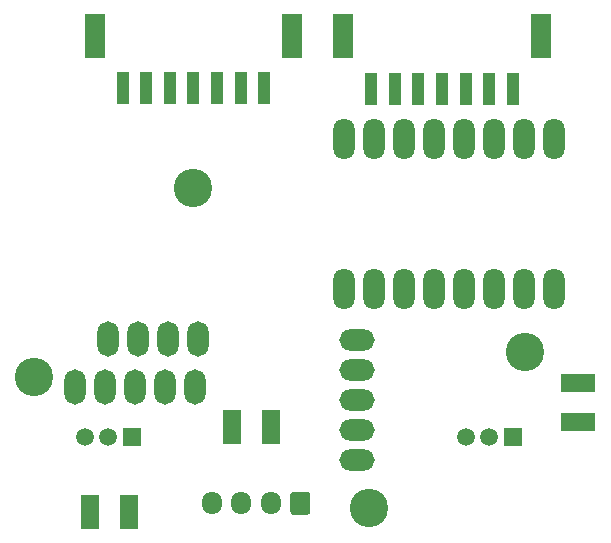
<source format=gbr>
G04 #@! TF.GenerationSoftware,KiCad,Pcbnew,(5.1.8)-1*
G04 #@! TF.CreationDate,2021-03-01T12:43:22-08:00*
G04 #@! TF.ProjectId,UAS,5541532e-6b69-4636-9164-5f7063625858,1*
G04 #@! TF.SameCoordinates,Original*
G04 #@! TF.FileFunction,Soldermask,Top*
G04 #@! TF.FilePolarity,Negative*
%FSLAX46Y46*%
G04 Gerber Fmt 4.6, Leading zero omitted, Abs format (unit mm)*
G04 Created by KiCad (PCBNEW (5.1.8)-1) date 2021-03-01 12:43:22*
%MOMM*%
%LPD*%
G01*
G04 APERTURE LIST*
%ADD10R,1.500000X1.500000*%
%ADD11C,1.500000*%
%ADD12C,3.250000*%
%ADD13O,3.000000X1.800000*%
%ADD14R,3.000000X1.500000*%
%ADD15R,1.500000X3.000000*%
%ADD16R,1.000000X2.700000*%
%ADD17R,1.800000X3.800000*%
%ADD18O,1.800000X3.500000*%
%ADD19O,1.800000X3.000000*%
%ADD20O,1.700000X1.950000*%
G04 APERTURE END LIST*
D10*
X161000000Y-112350000D03*
D11*
X159000000Y-112350000D03*
X157000000Y-112350000D03*
D10*
X128750000Y-112350000D03*
D11*
X126750000Y-112350000D03*
X124750000Y-112350000D03*
D12*
X148800000Y-118360000D03*
X162000000Y-105160000D03*
D13*
X147780000Y-114290000D03*
X147780000Y-111750000D03*
X147780000Y-109210000D03*
X147780000Y-106670000D03*
X147780000Y-104130000D03*
D14*
X166550000Y-111100000D03*
D15*
X140500000Y-111550000D03*
D14*
X166550000Y-107850000D03*
D15*
X137250000Y-111550000D03*
D16*
X133950000Y-82850000D03*
X131950000Y-82850000D03*
X135950000Y-82850000D03*
X137950000Y-82850000D03*
X129950000Y-82850000D03*
X127950000Y-82850000D03*
X139950000Y-82850000D03*
D17*
X142300000Y-78400000D03*
X125600000Y-78400000D03*
D18*
X164470000Y-87150000D03*
X161930000Y-87150000D03*
X159390000Y-87150000D03*
X156850000Y-87150000D03*
X154310000Y-87150000D03*
X151770000Y-87150000D03*
X149230000Y-87150000D03*
X146690000Y-87150000D03*
X164470000Y-99850000D03*
X161930000Y-99850000D03*
X159390000Y-99850000D03*
X156850000Y-99850000D03*
X154310000Y-99850000D03*
X151770000Y-99850000D03*
X149230000Y-99850000D03*
X146690000Y-99850000D03*
D19*
X134310000Y-104080000D03*
X131770000Y-104080000D03*
X129230000Y-104080000D03*
X126690000Y-104080000D03*
D15*
X128500000Y-118750000D03*
X125210000Y-118760000D03*
D16*
X155000000Y-82900000D03*
X153000000Y-82900000D03*
X157000000Y-82900000D03*
X159000000Y-82900000D03*
X151000000Y-82900000D03*
X149000000Y-82900000D03*
X161000000Y-82900000D03*
D17*
X163350000Y-78450000D03*
X146650000Y-78450000D03*
D20*
X135500000Y-118000000D03*
X138000000Y-118000000D03*
X140500000Y-118000000D03*
G36*
G01*
X143850000Y-117275000D02*
X143850000Y-118725000D01*
G75*
G02*
X143600000Y-118975000I-250000J0D01*
G01*
X142400000Y-118975000D01*
G75*
G02*
X142150000Y-118725000I0J250000D01*
G01*
X142150000Y-117275000D01*
G75*
G02*
X142400000Y-117025000I250000J0D01*
G01*
X143600000Y-117025000D01*
G75*
G02*
X143850000Y-117275000I0J-250000D01*
G01*
G37*
D12*
X120430000Y-107300000D03*
X133930000Y-91300000D03*
D19*
X134120000Y-108140000D03*
X131580000Y-108140000D03*
X129040000Y-108140000D03*
X126500000Y-108140000D03*
X123960000Y-108140000D03*
M02*

</source>
